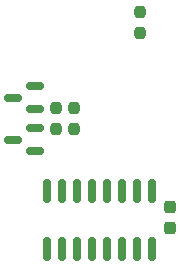
<source format=gbp>
G04 #@! TF.GenerationSoftware,KiCad,Pcbnew,8.0.2*
G04 #@! TF.CreationDate,2024-05-03T17:36:45+02:00*
G04 #@! TF.ProjectId,WLED_Controller_PWM,574c4544-5f43-46f6-9e74-726f6c6c6572,rev?*
G04 #@! TF.SameCoordinates,Original*
G04 #@! TF.FileFunction,Paste,Bot*
G04 #@! TF.FilePolarity,Positive*
%FSLAX46Y46*%
G04 Gerber Fmt 4.6, Leading zero omitted, Abs format (unit mm)*
G04 Created by KiCad (PCBNEW 8.0.2) date 2024-05-03 17:36:45*
%MOMM*%
%LPD*%
G01*
G04 APERTURE LIST*
G04 Aperture macros list*
%AMRoundRect*
0 Rectangle with rounded corners*
0 $1 Rounding radius*
0 $2 $3 $4 $5 $6 $7 $8 $9 X,Y pos of 4 corners*
0 Add a 4 corners polygon primitive as box body*
4,1,4,$2,$3,$4,$5,$6,$7,$8,$9,$2,$3,0*
0 Add four circle primitives for the rounded corners*
1,1,$1+$1,$2,$3*
1,1,$1+$1,$4,$5*
1,1,$1+$1,$6,$7*
1,1,$1+$1,$8,$9*
0 Add four rect primitives between the rounded corners*
20,1,$1+$1,$2,$3,$4,$5,0*
20,1,$1+$1,$4,$5,$6,$7,0*
20,1,$1+$1,$6,$7,$8,$9,0*
20,1,$1+$1,$8,$9,$2,$3,0*%
G04 Aperture macros list end*
%ADD10RoundRect,0.237500X-0.237500X0.250000X-0.237500X-0.250000X0.237500X-0.250000X0.237500X0.250000X0*%
%ADD11RoundRect,0.150000X0.150000X-0.825000X0.150000X0.825000X-0.150000X0.825000X-0.150000X-0.825000X0*%
%ADD12RoundRect,0.150000X0.587500X0.150000X-0.587500X0.150000X-0.587500X-0.150000X0.587500X-0.150000X0*%
%ADD13RoundRect,0.237500X0.237500X-0.250000X0.237500X0.250000X-0.237500X0.250000X-0.237500X-0.250000X0*%
%ADD14RoundRect,0.237500X-0.237500X0.300000X-0.237500X-0.300000X0.237500X-0.300000X0.237500X0.300000X0*%
G04 APERTURE END LIST*
D10*
X52070000Y23772500D03*
X52070000Y21947500D03*
D11*
X60198000Y11814000D03*
X58928000Y11814000D03*
X57658000Y11814000D03*
X56388000Y11814000D03*
X55118000Y11814000D03*
X53848000Y11814000D03*
X52578000Y11814000D03*
X51308000Y11814000D03*
X51308000Y16764000D03*
X52578000Y16764000D03*
X53848000Y16764000D03*
X55118000Y16764000D03*
X56388000Y16764000D03*
X57658000Y16764000D03*
X58928000Y16764000D03*
X60198000Y16764000D03*
D12*
X50292000Y22032000D03*
X50292000Y20132000D03*
X48417000Y21082000D03*
D13*
X53594000Y21947500D03*
X53594000Y23772500D03*
D12*
X50292000Y25588000D03*
X50292000Y23688000D03*
X48417000Y24638000D03*
D14*
X61722000Y15340500D03*
X61722000Y13615500D03*
D13*
X59182000Y30075500D03*
X59182000Y31900500D03*
M02*

</source>
